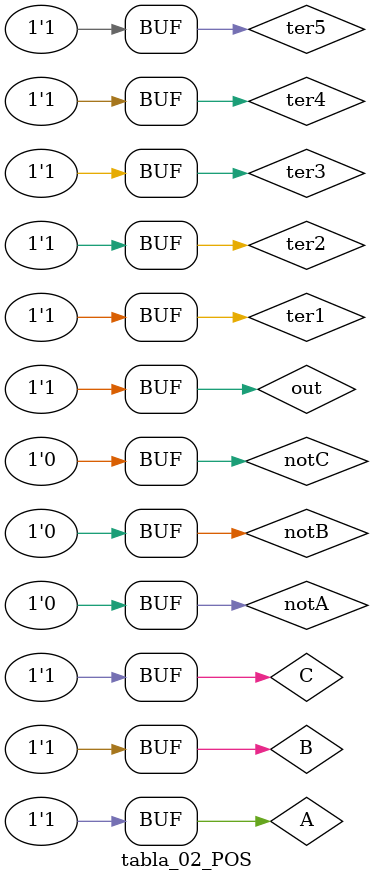
<source format=v>
module tabla_02_POS();

reg A, B, C;
wire notA, notB, notC, ter1, ter2, ter3, ter4, ter5, out;

not a(notA, A);
not b(notB, B);
not c(notC, C);

or I(ter1, A, B, C);
or J(ter2, A, notB, C);
or K(ter3, A, notB, notC);
or M(ter4, notA, B, C);
or L(ter5, notA, B, notC);

and U2(out, ter1, ter2, ter3, ter4, ter5);


initial begin

$display("| A B C | Y |");
$display("|-------|---|");
$monitor("| %b %b %b | %b |", A, B, C, out);
A = 0; B = 0; C = 0;
#1 C = 1;
#1 B = 1; C = 0;
#1 C = 1;
#1 A = 1; B = 0; C = 0;
#1 C = 1;
#1 B = 1; C = 0;
#1 C = 1;


end
initial
    begin
      $dumpfile("tabla_02_POS_tb.vcd");
      $dumpvars(0,tabla_02_POS);
    end

endmodule

</source>
